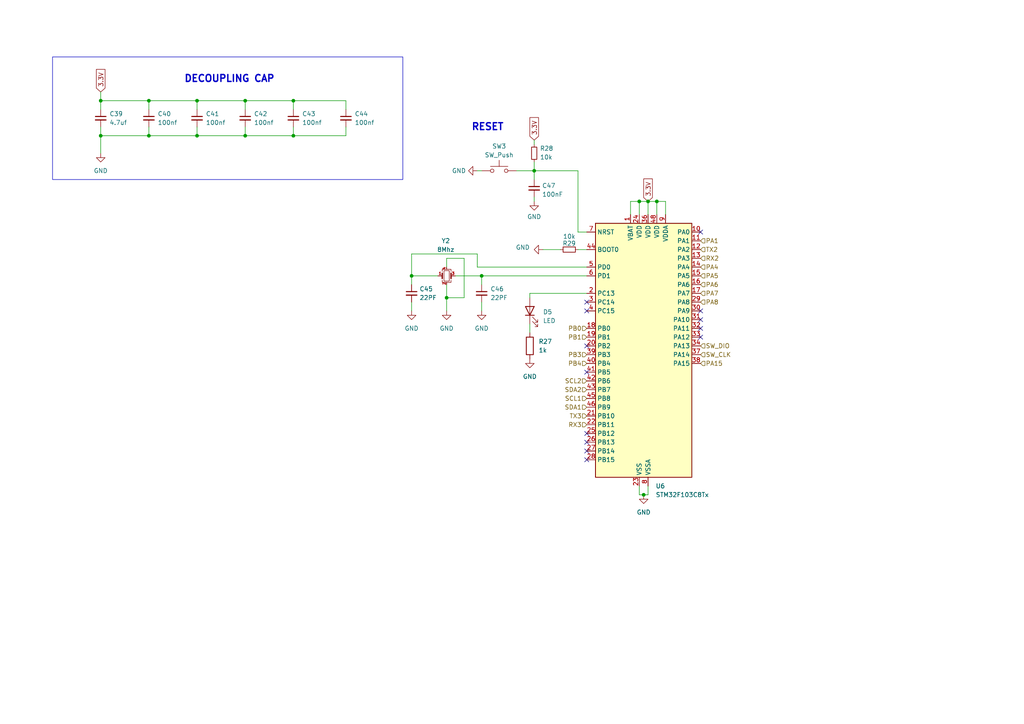
<source format=kicad_sch>
(kicad_sch (version 20231120) (generator "eeschema") (generator_version "8.0")
  (paper "A4")
  (lib_symbols
    (symbol "Device:C_Small" (pin_numbers hide) (pin_names (offset 0.254) hide)
      (property "Reference" "C" (at 0.254 1.778 0))
      (property "Value" "C_Small" (at 0.254 -2.032 0))
      (symbol "C_Small_0_1"
        (polyline (pts (xy -1.524 -0.508) (xy 1.524 -0.508)) (stroke (width 0.3302)))
        (polyline (pts (xy -1.524 0.508) (xy 1.524 0.508)) (stroke (width 0.3048)))
      )
      (symbol "C_Small_1_1"
        (pin passive line (at 0 2.54 270) (length 2.032) (name "~") (number "1"))
        (pin passive line (at 0 -2.54 90) (length 2.032) (name "~") (number "2"))
      )
    )
    (symbol "Device:Crystal_GND24_Small" (pin_names (offset 1.016) hide)
      (property "Reference" "Y" (at 1.27 4.445 0))
      (property "Value" "Crystal_GND24_Small" (at 1.27 2.54 0))
      (symbol "Crystal_GND24_Small_0_1"
        (rectangle (start -0.762 -1.524) (end 0.762 1.524))
        (polyline (pts (xy -1.27 -0.762) (xy -1.27 0.762)) (stroke (width 0.381)))
        (polyline (pts (xy 1.27 -0.762) (xy 1.27 0.762)) (stroke (width 0.381)))
        (polyline (pts (xy -1.27 -1.27) (xy -1.27 -1.905) (xy 1.27 -1.905) (xy 1.27 -1.27)))
        (polyline (pts (xy -1.27 1.27) (xy -1.27 1.905) (xy 1.27 1.905) (xy 1.27 1.27)))
      )
      (symbol "Crystal_GND24_Small_1_1"
        (pin passive line (at -2.54 0 0) (length 1.27) (name "1") (number "1"))
        (pin passive line (at 0 -2.54 90) (length 0.635) (name "2") (number "2"))
        (pin passive line (at 2.54 0 180) (length 1.27) (name "3") (number "3"))
        (pin passive line (at 0 2.54 270) (length 0.635) (name "4") (number "4"))
      )
    )
    (symbol "Device:LED" (pin_numbers hide) (pin_names (offset 1.016) hide)
      (property "Reference" "D" (at 0 2.54 0))
      (property "Value" "LED" (at 0 -2.54 0))
      (symbol "LED_0_1"
        (polyline (pts (xy -1.27 -1.27) (xy -1.27 1.27)) (stroke (width 0.254)))
        (polyline (pts (xy -1.27 0) (xy 1.27 0)))
        (polyline (pts (xy 1.27 -1.27) (xy 1.27 1.27) (xy -1.27 0) (xy 1.27 -1.27)) (stroke (width 0.254)))
        (polyline (pts (xy -3.048 -0.762) (xy -4.572 -2.286) (xy -3.81 -2.286) (xy -4.572 -2.286) (xy -4.572 -1.524)))
        (polyline (pts (xy -1.778 -0.762) (xy -3.302 -2.286) (xy -2.54 -2.286) (xy -3.302 -2.286) (xy -3.302 -1.524)))
      )
      (symbol "LED_1_1"
        (pin passive line (at -3.81 0 0) (length 2.54) (name "K") (number "1"))
        (pin passive line (at 3.81 0 180) (length 2.54) (name "A") (number "2"))
      )
    )
    (symbol "Device:R" (pin_numbers hide) (pin_names (offset 0))
      (property "Reference" "R" (at 2.032 0 90))
      (property "Value" "R" (at 0 0 90))
      (symbol "R_0_1"
        (rectangle (start -1.016 -2.54) (end 1.016 2.54) (stroke (width 0.254)))
      )
      (symbol "R_1_1"
        (pin passive line (at 0 3.81 270) (length 1.27) (name "~") (number "1"))
        (pin passive line (at 0 -3.81 90) (length 1.27) (name "~") (number "2"))
      )
    )
    (symbol "Device:R_Small" (pin_numbers hide) (pin_names (offset 0.254) hide)
      (property "Reference" "R" (at 0.762 0.508 0))
      (property "Value" "R_Small" (at 0.762 -1.016 0))
      (symbol "R_Small_0_1"
        (rectangle (start -0.762 1.778) (end 0.762 -1.778) (stroke (width 0.2032)))
      )
      (symbol "R_Small_1_1"
        (pin passive line (at 0 2.54 270) (length 0.762) (name "~") (number "1"))
        (pin passive line (at 0 -2.54 90) (length 0.762) (name "~") (number "2"))
      )
    )
    (symbol "MCU_ST_STM32F1:STM32F103C8Tx"
      (property "Reference" "U" (at -12.7 39.37 0))
      (property "Value" "STM32F103C8Tx" (at 10.16 39.37 0))
      (symbol "STM32F103C8Tx_0_1"
        (rectangle (start -12.7 -35.56) (end 15.24 38.1) (stroke (width 0.254)) (fill (type background)))
      )
      (symbol "STM32F103C8Tx_1_1"
        (pin power_in line (at -2.54 40.64 270) (length 2.54) (name "VBAT") (number "1"))
        (pin bidirectional line (at 17.78 35.56 180) (length 2.54) (name "PA0") (number "10"))
        (pin bidirectional line (at 17.78 33.02 180) (length 2.54) (name "PA1") (number "11"))
        (pin bidirectional line (at 17.78 30.48 180) (length 2.54) (name "PA2") (number "12"))
        (pin bidirectional line (at 17.78 27.94 180) (length 2.54) (name "PA3") (number "13"))
        (pin bidirectional line (at 17.78 25.4 180) (length 2.54) (name "PA4") (number "14"))
        (pin bidirectional line (at 17.78 22.86 180) (length 2.54) (name "PA5") (number "15"))
        (pin bidirectional line (at 17.78 20.32 180) (length 2.54) (name "PA6") (number "16"))
        (pin bidirectional line (at 17.78 17.78 180) (length 2.54) (name "PA7") (number "17"))
        (pin bidirectional line (at -15.24 7.62 0) (length 2.54) (name "PB0") (number "18"))
        (pin bidirectional line (at -15.24 5.08 0) (length 2.54) (name "PB1") (number "19"))
        (pin bidirectional line (at -15.24 17.78 0) (length 2.54) (name "PC13") (number "2"))
        (pin bidirectional line (at -15.24 2.54 0) (length 2.54) (name "PB2") (number "20"))
        (pin bidirectional line (at -15.24 -17.78 0) (length 2.54) (name "PB10") (number "21"))
        (pin bidirectional line (at -15.24 -20.32 0) (length 2.54) (name "PB11") (number "22"))
        (pin power_in line (at 0 -38.1 90) (length 2.54) (name "VSS") (number "23"))
        (pin power_in line (at 0 40.64 270) (length 2.54) (name "VDD") (number "24"))
        (pin bidirectional line (at -15.24 -22.86 0) (length 2.54) (name "PB12") (number "25"))
        (pin bidirectional line (at -15.24 -25.4 0) (length 2.54) (name "PB13") (number "26"))
        (pin bidirectional line (at -15.24 -27.94 0) (length 2.54) (name "PB14") (number "27"))
        (pin bidirectional line (at -15.24 -30.48 0) (length 2.54) (name "PB15") (number "28"))
        (pin bidirectional line (at 17.78 15.24 180) (length 2.54) (name "PA8") (number "29"))
        (pin bidirectional line (at -15.24 15.24 0) (length 2.54) (name "PC14") (number "3"))
        (pin bidirectional line (at 17.78 12.7 180) (length 2.54) (name "PA9") (number "30"))
        (pin bidirectional line (at 17.78 10.16 180) (length 2.54) (name "PA10") (number "31"))
        (pin bidirectional line (at 17.78 7.62 180) (length 2.54) (name "PA11") (number "32"))
        (pin bidirectional line (at 17.78 5.08 180) (length 2.54) (name "PA12") (number "33"))
        (pin bidirectional line (at 17.78 2.54 180) (length 2.54) (name "PA13") (number "34"))
        (pin passive line (at 0 -38.1 90) (length 2.54) hide (name "VSS") (number "35"))
        (pin power_in line (at 2.54 40.64 270) (length 2.54) (name "VDD") (number "36"))
        (pin bidirectional line (at 17.78 0 180) (length 2.54) (name "PA14") (number "37"))
        (pin bidirectional line (at 17.78 -2.54 180) (length 2.54) (name "PA15") (number "38"))
        (pin bidirectional line (at -15.24 0 0) (length 2.54) (name "PB3") (number "39"))
        (pin bidirectional line (at -15.24 12.7 0) (length 2.54) (name "PC15") (number "4"))
        (pin bidirectional line (at -15.24 -2.54 0) (length 2.54) (name "PB4") (number "40"))
        (pin bidirectional line (at -15.24 -5.08 0) (length 2.54) (name "PB5") (number "41"))
        (pin bidirectional line (at -15.24 -7.62 0) (length 2.54) (name "PB6") (number "42"))
        (pin bidirectional line (at -15.24 -10.16 0) (length 2.54) (name "PB7") (number "43"))
        (pin input line (at -15.24 30.48 0) (length 2.54) (name "BOOT0") (number "44"))
        (pin bidirectional line (at -15.24 -12.7 0) (length 2.54) (name "PB8") (number "45"))
        (pin bidirectional line (at -15.24 -15.24 0) (length 2.54) (name "PB9") (number "46"))
        (pin passive line (at 0 -38.1 90) (length 2.54) hide (name "VSS") (number "47"))
        (pin power_in line (at 5.08 40.64 270) (length 2.54) (name "VDD") (number "48"))
        (pin bidirectional line (at -15.24 25.4 0) (length 2.54) (name "PD0") (number "5"))
        (pin bidirectional line (at -15.24 22.86 0) (length 2.54) (name "PD1") (number "6"))
        (pin input line (at -15.24 35.56 0) (length 2.54) (name "NRST") (number "7"))
        (pin power_in line (at 2.54 -38.1 90) (length 2.54) (name "VSSA") (number "8"))
        (pin power_in line (at 7.62 40.64 270) (length 2.54) (name "VDDA") (number "9"))
      )
    )
    (symbol "Switch:SW_Push" (pin_numbers hide) (pin_names (offset 1.016) hide)
      (property "Reference" "SW" (at 1.27 2.54 0))
      (property "Value" "SW_Push" (at 0 -1.524 0))
      (symbol "SW_Push_0_1"
        (circle (center -2.032 0) (radius 0.508))
        (polyline (pts (xy 0 1.27) (xy 0 3.048)))
        (polyline (pts (xy 2.54 1.27) (xy -2.54 1.27)))
        (circle (center 2.032 0) (radius 0.508))
        (pin passive line (at -5.08 0 0) (length 2.54) (name "1") (number "1"))
        (pin passive line (at 5.08 0 180) (length 2.54) (name "2") (number "2"))
      )
    )
    (symbol "power:GND" (power) (pin_names (offset 0))
      (property "Value" "GND" (at 0 -3.81 0))
      (symbol "GND_0_1"
        (polyline (pts (xy 0 0) (xy 0 -1.27) (xy 1.27 -1.27) (xy 0 -2.54) (xy -1.27 -1.27) (xy 0 -1.27)))
      )
      (symbol "GND_1_1"
        (pin power_in line (at 0 0 270) (length 0) hide (name "GND") (number "1"))
      )
    )
  )
  (junction (at 139.7 80.01))
  (junction (at 43.18 29.21))
  (junction (at 154.94 49.53))
  (junction (at 85.09 29.21))
  (junction (at 85.09 39.37))
  (junction (at 119.38 80.01))
  (junction (at 71.12 39.37))
  (junction (at 186.69 143.51))
  (junction (at 129.54 86.36))
  (junction (at 29.21 29.21))
  (junction (at 57.15 29.21))
  (junction (at 187.96 58.42))
  (junction (at 190.5 58.42))
  (junction (at 57.15 39.37))
  (junction (at 185.42 58.42))
  (junction (at 43.18 39.37))
  (junction (at 71.12 29.21))
  (junction (at 29.21 39.37))
  (no_connect (at 203.2 67.31))
  (no_connect (at 170.18 107.95))
  (no_connect (at 170.18 90.17))
  (no_connect (at 203.2 90.17))
  (no_connect (at 170.18 100.33))
  (no_connect (at 203.2 92.71))
  (no_connect (at 170.18 128.27))
  (no_connect (at 170.18 130.81))
  (no_connect (at 203.2 97.79))
  (no_connect (at 170.18 133.35))
  (no_connect (at 170.18 87.63))
  (no_connect (at 170.18 125.73))
  (no_connect (at 203.2 95.25))
  (wire (pts (xy 170.18 85.09) (xy 153.67 85.09)))
  (wire (pts (xy 182.88 62.23) (xy 182.88 58.42)))
  (wire (pts (xy 85.09 29.21) (xy 71.12 29.21)))
  (wire (pts (xy 129.54 74.93) (xy 129.54 77.47)))
  (wire (pts (xy 71.12 36.83) (xy 71.12 39.37)))
  (wire (pts (xy 29.21 26.67) (xy 29.21 29.21)))
  (wire (pts (xy 187.96 143.51) (xy 187.96 140.97)))
  (wire (pts (xy 187.96 58.42) (xy 190.5 58.42)))
  (wire (pts (xy 129.54 86.36) (xy 129.54 90.17)))
  (wire (pts (xy 153.67 93.98) (xy 153.67 96.52)))
  (wire (pts (xy 154.94 52.07) (xy 154.94 49.53)))
  (wire (pts (xy 85.09 36.83) (xy 85.09 39.37)))
  (wire (pts (xy 162.56 72.39) (xy 157.48 72.39)))
  (wire (pts (xy 71.12 29.21) (xy 71.12 31.75)))
  (wire (pts (xy 186.69 143.51) (xy 187.96 143.51)))
  (wire (pts (xy 154.94 40.64) (xy 154.94 41.91)))
  (wire (pts (xy 139.7 80.01) (xy 170.18 80.01)))
  (wire (pts (xy 29.21 36.83) (xy 29.21 39.37)))
  (wire (pts (xy 167.64 49.53) (xy 154.94 49.53)))
  (wire (pts (xy 190.5 58.42) (xy 190.5 62.23)))
  (wire (pts (xy 71.12 39.37) (xy 85.09 39.37)))
  (wire (pts (xy 71.12 29.21) (xy 57.15 29.21)))
  (wire (pts (xy 43.18 29.21) (xy 29.21 29.21)))
  (wire (pts (xy 85.09 29.21) (xy 85.09 31.75)))
  (wire (pts (xy 138.43 77.47) (xy 170.18 77.47)))
  (wire (pts (xy 57.15 29.21) (xy 43.18 29.21)))
  (wire (pts (xy 134.62 74.93) (xy 134.62 86.36)))
  (wire (pts (xy 185.42 58.42) (xy 185.42 62.23)))
  (wire (pts (xy 29.21 29.21) (xy 29.21 31.75)))
  (wire (pts (xy 134.62 86.36) (xy 129.54 86.36)))
  (wire (pts (xy 154.94 58.42) (xy 154.94 57.15)))
  (wire (pts (xy 167.64 49.53) (xy 167.64 67.31)))
  (wire (pts (xy 193.04 58.42) (xy 193.04 62.23)))
  (wire (pts (xy 182.88 58.42) (xy 185.42 58.42)))
  (wire (pts (xy 139.7 80.01) (xy 139.7 82.55)))
  (wire (pts (xy 154.94 46.99) (xy 154.94 49.53)))
  (wire (pts (xy 100.33 29.21) (xy 85.09 29.21)))
  (wire (pts (xy 57.15 36.83) (xy 57.15 39.37)))
  (wire (pts (xy 29.21 39.37) (xy 43.18 39.37)))
  (wire (pts (xy 132.08 80.01) (xy 139.7 80.01)))
  (wire (pts (xy 139.7 87.63) (xy 139.7 90.17)))
  (wire (pts (xy 129.54 82.55) (xy 129.54 86.36)))
  (wire (pts (xy 119.38 73.66) (xy 119.38 80.01)))
  (wire (pts (xy 43.18 39.37) (xy 57.15 39.37)))
  (wire (pts (xy 149.86 49.53) (xy 154.94 49.53)))
  (wire (pts (xy 119.38 80.01) (xy 119.38 82.55)))
  (wire (pts (xy 119.38 73.66) (xy 138.43 73.66)))
  (wire (pts (xy 129.54 74.93) (xy 134.62 74.93)))
  (wire (pts (xy 100.33 39.37) (xy 100.33 36.83)))
  (wire (pts (xy 170.18 72.39) (xy 167.64 72.39)))
  (wire (pts (xy 138.43 73.66) (xy 138.43 77.47)))
  (wire (pts (xy 43.18 29.21) (xy 43.18 31.75)))
  (wire (pts (xy 85.09 39.37) (xy 100.33 39.37)))
  (wire (pts (xy 119.38 80.01) (xy 127 80.01)))
  (wire (pts (xy 119.38 87.63) (xy 119.38 90.17)))
  (wire (pts (xy 29.21 39.37) (xy 29.21 44.45)))
  (wire (pts (xy 138.43 49.53) (xy 139.7 49.53)))
  (wire (pts (xy 167.64 67.31) (xy 170.18 67.31)))
  (wire (pts (xy 57.15 39.37) (xy 71.12 39.37)))
  (wire (pts (xy 185.42 58.42) (xy 187.96 58.42)))
  (wire (pts (xy 190.5 58.42) (xy 193.04 58.42)))
  (wire (pts (xy 187.96 58.42) (xy 187.96 62.23)))
  (wire (pts (xy 57.15 29.21) (xy 57.15 31.75)))
  (wire (pts (xy 43.18 36.83) (xy 43.18 39.37)))
  (wire (pts (xy 100.33 31.75) (xy 100.33 29.21)))
  (wire (pts (xy 185.42 143.51) (xy 186.69 143.51)))
  (wire (pts (xy 153.67 85.09) (xy 153.67 86.36)))
  (wire (pts (xy 185.42 140.97) (xy 185.42 143.51)))
  (rectangle (start 15.24 16.51) (end 116.84 52.07))
  (text "RESET \n" (at 136.652 38.1 0) (effects (font (size 2 2) (bold yes)) (justify left bottom)))
  (text "DECOUPLING CAP\n" (at 53.34 24.13 0) (effects (font (size 2 2) (thickness 0.4) (bold yes)) (justify left bottom)))
  (global_label "3.3V" (shape input) (at 29.21 26.67 90) (property "Intersheetrefs" "${INTERSHEET_REFS}" (effects (hide yes))))
  (global_label "3.3V" (shape input) (at 187.96 58.42 90) (property "Intersheetrefs" "${INTERSHEET_REFS}" (effects (hide yes))))
  (global_label "3.3V" (shape input) (at 154.94 40.64 90) (property "Intersheetrefs" "${INTERSHEET_REFS}" (effects (hide yes))))
  (hierarchical_label "SCL1" (shape input) (at 170.18 115.57 180))
  (hierarchical_label "RX3" (shape input) (at 170.18 123.19 180))
  (hierarchical_label "PB3" (shape input) (at 170.18 102.87 180))
  (hierarchical_label "PA8" (shape input) (at 203.2 87.63 0))
  (hierarchical_label "TX3" (shape input) (at 170.18 120.65 180))
  (hierarchical_label "PA6" (shape input) (at 203.2 82.55 0))
  (hierarchical_label "SW_CLK" (shape input) (at 203.2 102.87 0))
  (hierarchical_label "PB1" (shape input) (at 170.18 97.79 180))
  (hierarchical_label "SDA2" (shape input) (at 170.18 113.03 180))
  (hierarchical_label "PA7" (shape input) (at 203.2 85.09 0))
  (hierarchical_label "PA4" (shape input) (at 203.2 77.47 0))
  (hierarchical_label "TX2" (shape input) (at 203.2 72.39 0))
  (hierarchical_label "SDA1" (shape input) (at 170.18 118.11 180))
  (hierarchical_label "PA1" (shape input) (at 203.2 69.85 0))
  (hierarchical_label "PA5" (shape input) (at 203.2 80.01 0))
  (hierarchical_label "SW_DIO" (shape input) (at 203.2 100.33 0))
  (hierarchical_label "SCL2" (shape input) (at 170.18 110.49 180))
  (hierarchical_label "RX2" (shape input) (at 203.2 74.93 0))
  (hierarchical_label "PB4" (shape input) (at 170.18 105.41 180))
  (hierarchical_label "PA15" (shape input) (at 203.2 105.41 0))
  (hierarchical_label "PB0" (shape input) (at 170.18 95.25 180))
  (symbol (lib_id "Device:C_Small") (at 139.7 85.09 0) (unit 1)
    (property "Reference" "C46" (at 142.24 83.8262 0) (effects (justify left)))
    (property "Value" "22PF" (at 142.24 86.3662 0) (effects (justify left)))
    (property "Footprint" "Capacitor_SMD:C_0603_1608Metric" (effects (hide yes)))
  )
  (symbol (lib_id "Device:R_Small") (at 165.1 72.39 270) (unit 1)
    (property "Reference" "R29" (at 165.1 70.612 90))
    (property "Value" "10k" (at 165.1 68.58 90))
    (property "Footprint" "Resistor_SMD:R_0603_1608Metric" (effects (hide yes)))
  )
  (symbol (lib_id "power:GND") (at 157.48 72.39 270) (unit 1)
    (property "Reference" "#PWR059" (effects (hide yes)))
    (property "Value" "GND" (at 153.67 71.755 90) (effects (justify right)))
  )
  (symbol (lib_id "power:GND") (at 29.21 44.45 0) (unit 1)
    (property "Reference" "#PWR052" (effects (hide yes)))
    (property "Value" "GND" (at 29.21 49.53 0))
  )
  (symbol (lib_id "Device:C_Small") (at 29.21 34.29 0) (unit 1)
    (property "Reference" "C39" (at 31.75 33.0262 0) (effects (justify left)))
    (property "Value" "4.7uf" (at 31.75 35.5662 0) (effects (justify left)))
    (property "Footprint" "Capacitor_SMD:C_0805_2012Metric" (effects (hide yes)))
  )
  (symbol (lib_id "Device:C_Small") (at 71.12 34.29 0) (unit 1)
    (property "Reference" "C42" (at 73.66 33.0262 0) (effects (justify left)))
    (property "Value" "100nf" (at 73.66 35.5662 0) (effects (justify left)))
    (property "Footprint" "Capacitor_SMD:C_0603_1608Metric" (effects (hide yes)))
  )
  (symbol (lib_id "power:GND") (at 186.69 143.51 0) (unit 1)
    (property "Reference" "#PWR060" (effects (hide yes)))
    (property "Value" "GND" (at 186.69 148.59 0))
  )
  (symbol (lib_id "Device:Crystal_GND24_Small") (at 129.54 80.01 0) (unit 1)
    (property "Reference" "Y2" (at 129.286 69.85 0))
    (property "Value" "8Mhz" (at 129.286 72.39 0))
    (property "Footprint" "Crystal:Crystal_SMD_3225-4Pin_3.2x2.5mm" (effects (hide yes)))
  )
  (symbol (lib_id "power:GND") (at 139.7 90.17 0) (unit 1)
    (property "Reference" "#PWR056" (effects (hide yes)))
    (property "Value" "GND" (at 139.7 95.25 0))
  )
  (symbol (lib_id "Device:C_Small") (at 100.33 34.29 0) (unit 1)
    (property "Reference" "C44" (at 102.87 33.0262 0) (effects (justify left)))
    (property "Value" "100nf" (at 102.87 35.5662 0) (effects (justify left)))
    (property "Footprint" "Capacitor_SMD:C_0603_1608Metric" (effects (hide yes)))
  )
  (symbol (lib_id "MCU_ST_STM32F1:STM32F103C8Tx") (at 185.42 102.87 0) (unit 1)
    (property "Reference" "U6" (at 190.1541 140.97 0) (effects (justify left)))
    (property "Value" "STM32F103C8Tx" (at 190.1541 143.51 0) (effects (justify left)))
    (property "Footprint" "Package_QFP:LQFP-48_7x7mm_P0.5mm" (effects (hide yes)))
    (property "Datasheet" "https://www.st.com/resource/en/datasheet/stm32f103c8.pdf" (effects (hide yes)))
    (property "Description" "STMicroelectronics Arm Cortex-M3 MCU, 64KB flash, 20KB RAM, 72 MHz, 2.0-3.6V, 37 GPIO, LQFP48" (effects (hide yes)))
  )
  (symbol (lib_id "Device:C_Small") (at 43.18 34.29 0) (unit 1)
    (property "Reference" "C40" (at 45.72 33.0262 0) (effects (justify left)))
    (property "Value" "100nf" (at 45.72 35.5662 0) (effects (justify left)))
    (property "Footprint" "Capacitor_SMD:C_0603_1608Metric" (effects (hide yes)))
  )
  (symbol (lib_id "Device:C_Small") (at 154.94 54.61 0) (unit 1)
    (property "Reference" "C47" (at 157.226 53.848 0) (effects (justify left)))
    (property "Value" "100nF" (at 157.226 56.388 0) (effects (justify left)))
    (property "Footprint" "Capacitor_SMD:C_0603_1608Metric" (effects (hide yes)))
  )
  (symbol (lib_id "power:GND") (at 119.38 90.17 0) (unit 1)
    (property "Reference" "#PWR053" (effects (hide yes)))
    (property "Value" "GND" (at 119.38 95.25 0))
  )
  (symbol (lib_id "Device:C_Small") (at 57.15 34.29 0) (unit 1)
    (property "Reference" "C41" (at 59.69 33.0262 0) (effects (justify left)))
    (property "Value" "100nf" (at 59.69 35.5662 0) (effects (justify left)))
    (property "Footprint" "Capacitor_SMD:C_0603_1608Metric" (effects (hide yes)))
  )
  (symbol (lib_id "power:GND") (at 138.43 49.53 270) (unit 1)
    (property "Reference" "#PWR055" (effects (hide yes)))
    (property "Value" "GND" (at 131.064 49.53 90) (effects (justify left)))
  )
  (symbol (lib_id "Device:LED") (at 153.67 90.17 90) (unit 1)
    (property "Reference" "D5" (at 157.48 90.4874 90) (effects (justify right)))
    (property "Value" "LED" (at 157.48 93.0274 90) (effects (justify right)))
    (property "Footprint" "LED_SMD:LED_0603_1608Metric_Pad1.05x0.95mm_HandSolder" (effects (hide yes)))
    (property "Description" "Light emitting diode" (effects (hide yes)))
  )
  (symbol (lib_id "Device:C_Small") (at 119.38 85.09 0) (unit 1)
    (property "Reference" "C45" (at 121.666 83.82 0) (effects (justify left)))
    (property "Value" "22PF" (at 121.666 86.36 0) (effects (justify left)))
    (property "Footprint" "Capacitor_SMD:C_0603_1608Metric" (effects (hide yes)))
  )
  (symbol (lib_id "power:GND") (at 129.54 90.17 0) (unit 1)
    (property "Reference" "#PWR054" (effects (hide yes)))
    (property "Value" "GND" (at 129.54 95.25 0))
  )
  (symbol (lib_id "Switch:SW_Push") (at 144.78 49.53 0) (unit 1)
    (property "Reference" "SW3" (at 144.78 42.418 0))
    (property "Value" "SW_Push" (at 144.78 44.958 0))
    (property "Footprint" "Button_Switch_SMD:SW_Push_SPST_NO_Alps_SKRK" (effects (hide yes)))
  )
  (symbol (lib_id "Device:C_Small") (at 85.09 34.29 0) (unit 1)
    (property "Reference" "C43" (at 87.63 33.0262 0) (effects (justify left)))
    (property "Value" "100nf" (at 87.63 35.5662 0) (effects (justify left)))
    (property "Footprint" "Capacitor_SMD:C_0603_1608Metric" (effects (hide yes)))
  )
  (symbol (lib_id "Device:R_Small") (at 154.94 44.45 0) (unit 1)
    (property "Reference" "R28" (at 156.591 43.053 0) (effects (justify left)))
    (property "Value" "10k" (at 156.591 45.593 0) (effects (justify left)))
    (property "Footprint" "Resistor_SMD:R_0603_1608Metric" (effects (hide yes)))
  )
  (symbol (lib_id "Device:R") (at 153.67 100.33 0) (unit 1)
    (property "Reference" "R27" (at 156.21 99.0599 0) (effects (justify left)))
    (property "Value" "1k" (at 156.21 101.5999 0) (effects (justify left)))
    (property "Footprint" "Resistor_SMD:R_0603_1608Metric" (effects (hide yes)))
    (property "Description" "Resistor" (effects (hide yes)))
  )
  (symbol (lib_id "power:GND") (at 153.67 104.14 0) (unit 1)
    (property "Reference" "#PWR057" (effects (hide yes)))
    (property "Value" "GND" (at 153.67 109.22 0))
  )
  (symbol (lib_id "power:GND") (at 154.94 58.42 0) (unit 1)
    (property "Reference" "#PWR058" (effects (hide yes)))
    (property "Value" "GND" (at 154.94 62.865 0))
  )
)
</source>
